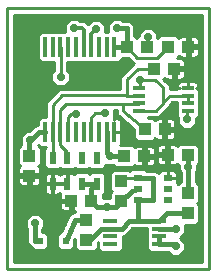
<source format=gtl>
G75*
G70*
%OFA0B0*%
%FSLAX24Y24*%
%IPPOS*%
%LPD*%
%AMOC8*
5,1,8,0,0,1.08239X$1,22.5*
%
%ADD10C,0.0100*%
%ADD11R,0.0472X0.0157*%
%ADD12R,0.0236X0.0236*%
%ADD13R,0.0433X0.0394*%
%ADD14R,0.0394X0.0433*%
%ADD15R,0.0170X0.0660*%
%ADD16R,0.0236X0.0433*%
%ADD17R,0.0315X0.0236*%
%ADD18R,0.0394X0.0177*%
%ADD19OC8,0.0277*%
%ADD20C,0.0160*%
%ADD21C,0.0120*%
D10*
X000150Y000150D02*
X000150Y008850D01*
X006892Y008850D01*
X006892Y000150D01*
X000150Y000150D01*
X000389Y000370D02*
X006674Y000370D01*
X006674Y008615D01*
X000389Y008615D01*
X000389Y000370D01*
X000389Y000446D02*
X006674Y000446D01*
X006674Y000544D02*
X000389Y000544D01*
X000389Y000643D02*
X005602Y000643D01*
X005652Y000593D02*
X005519Y000726D01*
X005177Y000726D01*
X005174Y000727D01*
X004921Y000727D01*
X004822Y000826D01*
X004822Y001502D01*
X004342Y001502D01*
X004120Y001280D01*
X004029Y001242D01*
X004017Y001242D01*
X004017Y000826D01*
X003918Y000727D01*
X003307Y000727D01*
X003208Y000826D01*
X003208Y001031D01*
X003187Y001011D01*
X003187Y000852D01*
X003089Y000754D01*
X002517Y000754D01*
X002418Y000852D01*
X002418Y001153D01*
X002399Y001111D01*
X002399Y000890D01*
X002301Y000791D01*
X001925Y000791D01*
X001827Y000890D01*
X001827Y001265D01*
X001925Y001364D01*
X001969Y001364D01*
X002200Y001886D01*
X002218Y001929D01*
X002220Y001931D01*
X002221Y001934D01*
X002255Y001966D01*
X002288Y001998D01*
X002291Y002000D01*
X002293Y002002D01*
X002336Y002018D01*
X002379Y002036D01*
X002382Y002036D01*
X002385Y002037D01*
X002418Y002036D01*
X002418Y002055D01*
X002430Y002067D01*
X002348Y002067D01*
X002348Y002365D01*
X002251Y002365D01*
X001933Y002365D01*
X001933Y002197D01*
X001943Y002159D01*
X001963Y002124D01*
X001991Y002097D01*
X002025Y002077D01*
X002063Y002067D01*
X002251Y002067D01*
X002251Y002365D01*
X002251Y002462D01*
X001933Y002462D01*
X001933Y002630D01*
X001943Y002668D01*
X001945Y002671D01*
X001936Y002680D01*
X001928Y002693D01*
X001920Y002680D01*
X001892Y002652D01*
X001858Y002632D01*
X001819Y002622D01*
X001691Y002622D01*
X001691Y002979D01*
X001691Y002997D01*
X002165Y002997D01*
X002165Y003355D01*
X002036Y003355D01*
X001998Y003345D01*
X001963Y003325D01*
X001936Y003297D01*
X001928Y003283D01*
X001920Y003297D01*
X001892Y003325D01*
X001858Y003345D01*
X001819Y003355D01*
X001691Y003355D01*
X001691Y002997D01*
X001672Y002997D01*
X001672Y002979D01*
X001413Y002979D01*
X001413Y002752D01*
X001424Y002714D01*
X001443Y002680D01*
X001471Y002652D01*
X001506Y002632D01*
X001544Y002622D01*
X001672Y002622D01*
X001672Y002979D01*
X001691Y002979D01*
X001906Y002979D01*
X002165Y002979D01*
X002165Y002997D01*
X002183Y002997D01*
X002183Y003355D01*
X002312Y003355D01*
X002350Y003345D01*
X002384Y003325D01*
X002407Y003302D01*
X002478Y003373D01*
X002854Y003373D01*
X002912Y003315D01*
X002970Y003373D01*
X003346Y003373D01*
X003444Y003274D01*
X003444Y002702D01*
X003353Y002611D01*
X003353Y002518D01*
X003362Y002527D01*
X003607Y002527D01*
X003607Y002688D01*
X003655Y002737D01*
X003607Y002785D01*
X003607Y003358D01*
X003705Y003456D01*
X004238Y003456D01*
X004270Y003425D01*
X004311Y003466D01*
X004765Y003466D01*
X004803Y003428D01*
X005069Y003428D01*
X005160Y003390D01*
X005219Y003331D01*
X005225Y003355D01*
X005245Y003390D01*
X005273Y003418D01*
X005307Y003437D01*
X005345Y003448D01*
X005513Y003448D01*
X005513Y003189D01*
X005531Y003189D01*
X005531Y003448D01*
X005700Y003448D01*
X005738Y003437D01*
X005772Y003418D01*
X005800Y003390D01*
X005820Y003355D01*
X005830Y003317D01*
X005830Y003189D01*
X005531Y003189D01*
X005531Y003170D01*
X005830Y003170D01*
X005830Y003042D01*
X005823Y003018D01*
X005848Y002993D01*
X005848Y002989D01*
X005917Y003058D01*
X005951Y003058D01*
X005951Y003374D01*
X005892Y003433D01*
X005892Y003595D01*
X005837Y003651D01*
X005823Y003637D01*
X005789Y003618D01*
X005751Y003607D01*
X005563Y003607D01*
X005563Y003906D01*
X005466Y003906D01*
X005148Y003906D01*
X005148Y003738D01*
X005158Y003700D01*
X005178Y003665D01*
X005206Y003637D01*
X005240Y003618D01*
X005278Y003607D01*
X005466Y003607D01*
X005466Y003906D01*
X005466Y004003D01*
X005466Y004301D01*
X005278Y004301D01*
X005240Y004291D01*
X005206Y004271D01*
X005178Y004243D01*
X005158Y004209D01*
X005148Y004171D01*
X005148Y004003D01*
X005466Y004003D01*
X005563Y004003D01*
X005563Y004301D01*
X005751Y004301D01*
X005789Y004291D01*
X005823Y004271D01*
X005837Y004258D01*
X005898Y004319D01*
X006470Y004319D01*
X006569Y004221D01*
X006569Y003688D01*
X006506Y003625D01*
X006506Y003433D01*
X006447Y003374D01*
X006447Y003058D01*
X006450Y003058D01*
X006549Y002960D01*
X006549Y002388D01*
X006500Y002339D01*
X006549Y002291D01*
X006549Y001718D01*
X006450Y001620D01*
X006102Y001620D01*
X006109Y001613D01*
X006109Y001359D01*
X005932Y001182D01*
X006086Y001027D01*
X006086Y000773D01*
X005906Y000593D01*
X005652Y000593D01*
X005956Y000643D02*
X006674Y000643D01*
X006674Y000741D02*
X006055Y000741D01*
X006086Y000840D02*
X006674Y000840D01*
X006674Y000938D02*
X006086Y000938D01*
X006076Y001037D02*
X006674Y001037D01*
X006674Y001135D02*
X005978Y001135D01*
X005984Y001234D02*
X006674Y001234D01*
X006674Y001332D02*
X006082Y001332D01*
X006109Y001431D02*
X006674Y001431D01*
X006674Y001529D02*
X006109Y001529D01*
X006458Y001628D02*
X006674Y001628D01*
X006674Y001726D02*
X006549Y001726D01*
X006549Y001825D02*
X006674Y001825D01*
X006674Y001923D02*
X006549Y001923D01*
X006549Y002022D02*
X006674Y002022D01*
X006674Y002120D02*
X006549Y002120D01*
X006549Y002219D02*
X006674Y002219D01*
X006674Y002317D02*
X006522Y002317D01*
X006549Y002416D02*
X006674Y002416D01*
X006674Y002514D02*
X006549Y002514D01*
X006549Y002613D02*
X006674Y002613D01*
X006674Y002711D02*
X006549Y002711D01*
X006549Y002810D02*
X006674Y002810D01*
X006674Y002908D02*
X006549Y002908D01*
X006502Y003007D02*
X006674Y003007D01*
X006674Y003105D02*
X006447Y003105D01*
X006447Y003204D02*
X006674Y003204D01*
X006674Y003302D02*
X006447Y003302D01*
X006474Y003401D02*
X006674Y003401D01*
X006674Y003499D02*
X006506Y003499D01*
X006506Y003598D02*
X006674Y003598D01*
X006674Y003696D02*
X006569Y003696D01*
X006569Y003795D02*
X006674Y003795D01*
X006674Y003893D02*
X006569Y003893D01*
X006569Y003992D02*
X006674Y003992D01*
X006674Y004090D02*
X006569Y004090D01*
X006569Y004189D02*
X006674Y004189D01*
X006674Y004287D02*
X006502Y004287D01*
X006674Y004386D02*
X003970Y004386D01*
X003970Y004360D02*
X003970Y004710D01*
X003970Y005059D01*
X003960Y005097D01*
X003940Y005132D01*
X003912Y005160D01*
X003878Y005179D01*
X003840Y005190D01*
X003735Y005190D01*
X003713Y005190D01*
X003726Y005203D01*
X003726Y005432D01*
X003818Y005432D01*
X003821Y005392D01*
X003821Y005311D01*
X003829Y005303D01*
X003830Y005292D01*
X003892Y005240D01*
X003949Y005183D01*
X003960Y005183D01*
X004392Y004823D01*
X004392Y004516D01*
X004490Y004418D01*
X005023Y004418D01*
X005105Y004500D01*
X005109Y004494D01*
X005137Y004466D01*
X005171Y004446D01*
X005209Y004436D01*
X005377Y004436D01*
X005377Y004754D01*
X005474Y004754D01*
X005474Y004436D01*
X005642Y004436D01*
X005681Y004446D01*
X005715Y004466D01*
X005743Y004494D01*
X005762Y004528D01*
X005773Y004566D01*
X005773Y004754D01*
X005474Y004754D01*
X005474Y004851D01*
X005377Y004851D01*
X005377Y005169D01*
X005209Y005169D01*
X005171Y005159D01*
X005137Y005139D01*
X005109Y005111D01*
X005105Y005105D01*
X005023Y005187D01*
X004866Y005187D01*
X004877Y005198D01*
X005206Y005198D01*
X005460Y005452D01*
X005587Y005580D01*
X005587Y005626D01*
X005672Y005710D01*
X005821Y005710D01*
X005821Y005258D01*
X005862Y005217D01*
X005862Y005003D01*
X006042Y004823D01*
X006296Y004823D01*
X006476Y005003D01*
X006476Y005183D01*
X006551Y005258D01*
X006551Y006086D01*
X006533Y006104D01*
X006533Y006184D01*
X006533Y006292D01*
X006523Y006330D01*
X006503Y006365D01*
X006475Y006392D01*
X006441Y006412D01*
X006403Y006422D01*
X006186Y006422D01*
X005970Y006422D01*
X005932Y006412D01*
X005897Y006392D01*
X005869Y006365D01*
X005850Y006330D01*
X005840Y006292D01*
X005840Y006184D01*
X005919Y006184D01*
X005919Y006184D01*
X005840Y006184D01*
X005840Y006146D01*
X005595Y006146D01*
X005587Y006213D01*
X005587Y006290D01*
X005577Y006300D01*
X005576Y006315D01*
X005515Y006363D01*
X005460Y006418D01*
X005445Y006418D01*
X005370Y006478D01*
X005413Y006522D01*
X005417Y006515D01*
X005445Y006487D01*
X005479Y006468D01*
X005517Y006457D01*
X005686Y006457D01*
X005686Y006776D01*
X005782Y006776D01*
X005782Y006457D01*
X005951Y006457D01*
X005989Y006468D01*
X006023Y006487D01*
X006051Y006515D01*
X006071Y006550D01*
X006081Y006588D01*
X006081Y006776D01*
X005782Y006776D01*
X005782Y006872D01*
X006081Y006872D01*
X006081Y007060D01*
X006071Y007098D01*
X006051Y007133D01*
X006023Y007161D01*
X005989Y007180D01*
X005951Y007191D01*
X005820Y007191D01*
X005883Y007254D01*
X005887Y007248D01*
X005915Y007220D01*
X005949Y007200D01*
X005987Y007190D01*
X006156Y007190D01*
X006156Y007508D01*
X006252Y007508D01*
X006252Y007190D01*
X006421Y007190D01*
X006459Y007200D01*
X006493Y007220D01*
X006521Y007248D01*
X006541Y007282D01*
X006551Y007320D01*
X006551Y007508D01*
X006252Y007508D01*
X006252Y007605D01*
X006156Y007605D01*
X006156Y007923D01*
X005987Y007923D01*
X005949Y007913D01*
X005915Y007893D01*
X005887Y007865D01*
X005883Y007859D01*
X005801Y007941D01*
X005268Y007941D01*
X005177Y007850D01*
X005177Y008014D01*
X004997Y008193D01*
X004743Y008193D01*
X004563Y008014D01*
X004563Y007906D01*
X004535Y007906D01*
X004487Y007857D01*
X004438Y007906D01*
X004400Y007906D01*
X004400Y008223D01*
X004362Y008314D01*
X004292Y008384D01*
X004201Y008421D01*
X004025Y008421D01*
X003966Y008480D01*
X003712Y008480D01*
X003533Y008300D01*
X003533Y008048D01*
X003436Y008048D01*
X003436Y008280D01*
X003256Y008460D01*
X003002Y008460D01*
X002849Y008307D01*
X002754Y008401D01*
X002605Y008401D01*
X002526Y008480D01*
X002272Y008480D01*
X002093Y008300D01*
X002093Y008048D01*
X001280Y008048D01*
X001182Y007949D01*
X001182Y007150D01*
X001280Y007051D01*
X001731Y007051D01*
X001731Y006756D01*
X001642Y006667D01*
X001642Y006413D01*
X001822Y006233D01*
X002076Y006233D01*
X002256Y006413D01*
X002256Y006667D01*
X002167Y006756D01*
X002167Y007051D01*
X003890Y007051D01*
X003988Y007150D01*
X003988Y007176D01*
X004208Y007176D01*
X004383Y007002D01*
X004295Y006914D01*
X003941Y006560D01*
X003941Y006148D01*
X001899Y006148D01*
X001771Y006020D01*
X001467Y005716D01*
X001467Y005208D01*
X001280Y005208D01*
X001182Y005109D01*
X001182Y004958D01*
X001171Y004958D01*
X001080Y004920D01*
X000897Y004737D01*
X000797Y004737D01*
X000617Y004557D01*
X000617Y004303D01*
X000632Y004289D01*
X000624Y004289D01*
X000525Y004190D01*
X000525Y003657D01*
X000608Y003575D01*
X000601Y003572D01*
X000573Y003544D01*
X000554Y003509D01*
X000544Y003471D01*
X000544Y003303D01*
X000862Y003303D01*
X000862Y003206D01*
X000958Y003206D01*
X000958Y002908D01*
X001146Y002908D01*
X001184Y002918D01*
X001219Y002938D01*
X001247Y002966D01*
X001266Y003000D01*
X001277Y003038D01*
X001277Y003206D01*
X000958Y003206D01*
X000958Y003303D01*
X001277Y003303D01*
X001277Y003471D01*
X001266Y003509D01*
X001247Y003544D01*
X001219Y003572D01*
X001212Y003575D01*
X001295Y003657D01*
X001295Y004190D01*
X001206Y004279D01*
X001210Y004282D01*
X001280Y004211D01*
X001466Y004211D01*
X001395Y004141D01*
X001395Y003568D01*
X001494Y003470D01*
X001869Y003470D01*
X001928Y003528D01*
X001986Y003470D01*
X002361Y003470D01*
X002420Y003528D01*
X002478Y003470D01*
X002854Y003470D01*
X002912Y003528D01*
X002970Y003470D01*
X003346Y003470D01*
X003444Y003568D01*
X003444Y003611D01*
X003452Y003603D01*
X003706Y003603D01*
X003713Y003610D01*
X003777Y003546D01*
X004349Y003546D01*
X004411Y003608D01*
X004424Y003594D01*
X004458Y003575D01*
X004496Y003564D01*
X004684Y003564D01*
X004684Y003863D01*
X004781Y003863D01*
X004781Y003960D01*
X004684Y003960D01*
X004684Y004258D01*
X004496Y004258D01*
X004458Y004248D01*
X004424Y004228D01*
X004411Y004215D01*
X004349Y004276D01*
X003929Y004276D01*
X003940Y004287D01*
X005234Y004287D01*
X005153Y004189D02*
X005076Y004189D01*
X005069Y004200D02*
X005089Y004166D01*
X005099Y004128D01*
X005099Y003960D01*
X004781Y003960D01*
X004781Y004258D01*
X004969Y004258D01*
X005007Y004248D01*
X005041Y004228D01*
X005069Y004200D01*
X005099Y004090D02*
X005148Y004090D01*
X005099Y003992D02*
X005466Y003992D01*
X005466Y004090D02*
X005563Y004090D01*
X005563Y004189D02*
X005466Y004189D01*
X005466Y004287D02*
X005563Y004287D01*
X005474Y004484D02*
X005377Y004484D01*
X005377Y004583D02*
X005474Y004583D01*
X005474Y004681D02*
X005377Y004681D01*
X005474Y004780D02*
X006674Y004780D01*
X006674Y004878D02*
X006352Y004878D01*
X006450Y004977D02*
X006674Y004977D01*
X006674Y005075D02*
X006476Y005075D01*
X006476Y005174D02*
X006674Y005174D01*
X006674Y005272D02*
X006551Y005272D01*
X006551Y005371D02*
X006674Y005371D01*
X006674Y005469D02*
X006551Y005469D01*
X006551Y005568D02*
X006674Y005568D01*
X006674Y005666D02*
X006551Y005666D01*
X006551Y005765D02*
X006674Y005765D01*
X006674Y005863D02*
X006551Y005863D01*
X006551Y005962D02*
X006674Y005962D01*
X006674Y006060D02*
X006551Y006060D01*
X006533Y006159D02*
X006674Y006159D01*
X006674Y006257D02*
X006533Y006257D01*
X006533Y006184D02*
X006454Y006184D01*
X006454Y006184D01*
X006533Y006184D01*
X006508Y006356D02*
X006674Y006356D01*
X006674Y006454D02*
X005400Y006454D01*
X005524Y006356D02*
X005865Y006356D01*
X005840Y006257D02*
X005587Y006257D01*
X005594Y006159D02*
X005840Y006159D01*
X005581Y005928D02*
X005369Y005716D01*
X005369Y006200D01*
X005079Y006430D01*
X004582Y006430D01*
X004582Y006194D01*
X004572Y006184D01*
X004572Y005928D02*
X004119Y005928D01*
X004119Y005930D01*
X001989Y005930D01*
X001685Y005626D01*
X001685Y004710D01*
X001685Y003858D01*
X001682Y003854D01*
X001395Y003893D02*
X001295Y003893D01*
X001295Y003795D02*
X001395Y003795D01*
X001395Y003696D02*
X001295Y003696D01*
X001235Y003598D02*
X001395Y003598D01*
X001464Y003499D02*
X001269Y003499D01*
X001277Y003401D02*
X003650Y003401D01*
X003607Y003302D02*
X003416Y003302D01*
X003444Y003204D02*
X003607Y003204D01*
X003607Y003105D02*
X003444Y003105D01*
X003444Y003007D02*
X003607Y003007D01*
X003607Y002908D02*
X003444Y002908D01*
X003444Y002810D02*
X003607Y002810D01*
X003630Y002711D02*
X003444Y002711D01*
X003355Y002613D02*
X003607Y002613D01*
X003972Y003072D02*
X004003Y003180D01*
X004539Y003180D01*
X004549Y003180D01*
X004539Y003180D02*
X004538Y003179D01*
X004539Y002810D02*
X004538Y002809D01*
X004538Y002805D01*
X004781Y003564D02*
X004969Y003564D01*
X005007Y003575D01*
X005041Y003594D01*
X005069Y003622D01*
X005089Y003657D01*
X005099Y003695D01*
X005099Y003863D01*
X004781Y003863D01*
X004781Y003564D01*
X004781Y003598D02*
X004684Y003598D01*
X004684Y003696D02*
X004781Y003696D01*
X004781Y003795D02*
X004684Y003795D01*
X004781Y003893D02*
X005148Y003893D01*
X005148Y003795D02*
X005099Y003795D01*
X005099Y003696D02*
X005160Y003696D01*
X005045Y003598D02*
X005889Y003598D01*
X005892Y003499D02*
X003375Y003499D01*
X003444Y003598D02*
X003725Y003598D01*
X003940Y004287D02*
X003960Y004322D01*
X003970Y004360D01*
X003970Y004484D02*
X004423Y004484D01*
X004392Y004583D02*
X003970Y004583D01*
X003970Y004681D02*
X004392Y004681D01*
X004392Y004780D02*
X003970Y004780D01*
X003970Y004710D02*
X003738Y004710D01*
X003738Y004710D01*
X003970Y004710D01*
X003970Y004878D02*
X004325Y004878D01*
X004207Y004977D02*
X003970Y004977D01*
X003966Y005075D02*
X004089Y005075D01*
X003971Y005174D02*
X003887Y005174D01*
X003853Y005272D02*
X003726Y005272D01*
X003735Y005190D02*
X003735Y005112D01*
X003735Y005112D01*
X003735Y005190D01*
X003735Y005174D02*
X003735Y005174D01*
X003726Y005371D02*
X003821Y005371D01*
X004039Y005401D02*
X004039Y005650D01*
X004550Y005650D01*
X004572Y005672D01*
X004572Y005416D02*
X005115Y005416D01*
X005369Y005670D01*
X005369Y005716D01*
X005576Y005568D02*
X005821Y005568D01*
X005821Y005666D02*
X005628Y005666D01*
X005477Y005469D02*
X005821Y005469D01*
X005821Y005371D02*
X005379Y005371D01*
X005460Y005452D02*
X005460Y005452D01*
X005280Y005272D02*
X005821Y005272D01*
X005862Y005174D02*
X005036Y005174D01*
X004757Y004802D02*
X004039Y005401D01*
X004039Y005650D02*
X002139Y005650D01*
X001945Y005456D01*
X001945Y004710D01*
X001945Y004274D01*
X002174Y004046D01*
X002174Y003854D01*
X002391Y003499D02*
X002448Y003499D01*
X002406Y003302D02*
X002408Y003302D01*
X002183Y003302D02*
X002165Y003302D01*
X002165Y003204D02*
X002183Y003204D01*
X002183Y003105D02*
X002165Y003105D01*
X002165Y003007D02*
X002183Y003007D01*
X002174Y002988D02*
X001682Y002988D01*
X001672Y002997D02*
X001413Y002997D01*
X001413Y003225D01*
X001424Y003263D01*
X001443Y003297D01*
X001471Y003325D01*
X001506Y003345D01*
X001544Y003355D01*
X001672Y003355D01*
X001672Y002997D01*
X001672Y003007D02*
X001691Y003007D01*
X001691Y003105D02*
X001672Y003105D01*
X001672Y003204D02*
X001691Y003204D01*
X001691Y003302D02*
X001672Y003302D01*
X001449Y003302D02*
X000958Y003302D01*
X000862Y003302D02*
X000389Y003302D01*
X000389Y003204D02*
X000544Y003204D01*
X000544Y003206D02*
X000544Y003038D01*
X000554Y003000D01*
X000573Y002966D01*
X000601Y002938D01*
X000636Y002918D01*
X000674Y002908D01*
X000862Y002908D01*
X000862Y003206D01*
X000544Y003206D01*
X000544Y003105D02*
X000389Y003105D01*
X000389Y003007D02*
X000552Y003007D01*
X000672Y002908D02*
X000389Y002908D01*
X000389Y002810D02*
X001413Y002810D01*
X001413Y002908D02*
X001149Y002908D01*
X001268Y003007D02*
X001413Y003007D01*
X001413Y003105D02*
X001277Y003105D01*
X001277Y003204D02*
X001413Y003204D01*
X001672Y002908D02*
X001691Y002908D01*
X001691Y002810D02*
X001672Y002810D01*
X001672Y002711D02*
X001691Y002711D01*
X001933Y002613D02*
X000389Y002613D01*
X000389Y002711D02*
X001425Y002711D01*
X000958Y002908D02*
X000862Y002908D01*
X000862Y003007D02*
X000958Y003007D01*
X000958Y003105D02*
X000862Y003105D01*
X000862Y003204D02*
X000958Y003204D01*
X000585Y003598D02*
X000389Y003598D01*
X000389Y003499D02*
X000551Y003499D01*
X000544Y003401D02*
X000389Y003401D01*
X000389Y003696D02*
X000525Y003696D01*
X000525Y003795D02*
X000389Y003795D01*
X000389Y003893D02*
X000525Y003893D01*
X000525Y003992D02*
X000389Y003992D01*
X000389Y004090D02*
X000525Y004090D01*
X000525Y004189D02*
X000389Y004189D01*
X000389Y004287D02*
X000622Y004287D01*
X000617Y004386D02*
X000389Y004386D01*
X000389Y004484D02*
X000617Y004484D01*
X000643Y004583D02*
X000389Y004583D01*
X000389Y004681D02*
X000741Y004681D01*
X000940Y004780D02*
X000389Y004780D01*
X000389Y004878D02*
X001039Y004878D01*
X001182Y004977D02*
X000389Y004977D01*
X000389Y005075D02*
X001182Y005075D01*
X001247Y005174D02*
X000389Y005174D01*
X000389Y005272D02*
X001467Y005272D01*
X001467Y005371D02*
X000389Y005371D01*
X000389Y005469D02*
X001467Y005469D01*
X001467Y005568D02*
X000389Y005568D01*
X000389Y005666D02*
X001467Y005666D01*
X001516Y005765D02*
X000389Y005765D01*
X000389Y005863D02*
X001614Y005863D01*
X001713Y005962D02*
X000389Y005962D01*
X000389Y006060D02*
X001811Y006060D01*
X001798Y006257D02*
X000389Y006257D01*
X000389Y006159D02*
X003941Y006159D01*
X003941Y006257D02*
X002101Y006257D01*
X002199Y006356D02*
X003941Y006356D01*
X003941Y006454D02*
X002256Y006454D01*
X002256Y006553D02*
X003941Y006553D01*
X004032Y006651D02*
X002256Y006651D01*
X002173Y006750D02*
X004131Y006750D01*
X004229Y006848D02*
X002167Y006848D01*
X002167Y006947D02*
X004328Y006947D01*
X004339Y007045D02*
X002167Y007045D01*
X001949Y007550D02*
X001949Y006540D01*
X001725Y006750D02*
X000389Y006750D01*
X000389Y006848D02*
X001731Y006848D01*
X001731Y006947D02*
X000389Y006947D01*
X000389Y007045D02*
X001731Y007045D01*
X001642Y006651D02*
X000389Y006651D01*
X000389Y006553D02*
X001642Y006553D01*
X001642Y006454D02*
X000389Y006454D01*
X000389Y006356D02*
X001699Y006356D01*
X001188Y007144D02*
X000389Y007144D01*
X000389Y007242D02*
X001182Y007242D01*
X001182Y007341D02*
X000389Y007341D01*
X000389Y007439D02*
X001182Y007439D01*
X001182Y007538D02*
X000389Y007538D01*
X000389Y007636D02*
X001182Y007636D01*
X001182Y007735D02*
X000389Y007735D01*
X000389Y007833D02*
X001182Y007833D01*
X001182Y007932D02*
X000389Y007932D01*
X000389Y008030D02*
X001263Y008030D01*
X001945Y007550D02*
X001949Y007550D01*
X002093Y008129D02*
X000389Y008129D01*
X000389Y008227D02*
X002093Y008227D01*
X002118Y008326D02*
X000389Y008326D01*
X000389Y008424D02*
X002216Y008424D01*
X002582Y008424D02*
X002966Y008424D01*
X002868Y008326D02*
X002829Y008326D01*
X003292Y008424D02*
X003656Y008424D01*
X003558Y008326D02*
X003391Y008326D01*
X003436Y008227D02*
X003533Y008227D01*
X003533Y008129D02*
X003436Y008129D01*
X004022Y008424D02*
X006674Y008424D01*
X006674Y008326D02*
X004350Y008326D01*
X004398Y008227D02*
X006674Y008227D01*
X006674Y008129D02*
X005061Y008129D01*
X005160Y008030D02*
X006674Y008030D01*
X006674Y007932D02*
X005810Y007932D01*
X006156Y007833D02*
X006252Y007833D01*
X006252Y007923D02*
X006252Y007605D01*
X006551Y007605D01*
X006551Y007793D01*
X006541Y007831D01*
X006521Y007865D01*
X006493Y007893D01*
X006459Y007913D01*
X006421Y007923D01*
X006252Y007923D01*
X006252Y007735D02*
X006156Y007735D01*
X006156Y007636D02*
X006252Y007636D01*
X006252Y007538D02*
X006674Y007538D01*
X006674Y007636D02*
X006551Y007636D01*
X006551Y007735D02*
X006674Y007735D01*
X006674Y007833D02*
X006539Y007833D01*
X006551Y007439D02*
X006674Y007439D01*
X006674Y007341D02*
X006551Y007341D01*
X006515Y007242D02*
X006674Y007242D01*
X006674Y007144D02*
X006040Y007144D01*
X006081Y007045D02*
X006674Y007045D01*
X006674Y006947D02*
X006081Y006947D01*
X006081Y006750D02*
X006674Y006750D01*
X006674Y006848D02*
X005782Y006848D01*
X005782Y006750D02*
X005686Y006750D01*
X005686Y006651D02*
X005782Y006651D01*
X005782Y006553D02*
X005686Y006553D01*
X006071Y006553D02*
X006674Y006553D01*
X006674Y006651D02*
X006081Y006651D01*
X006186Y006422D02*
X006186Y006185D01*
X006186Y006185D01*
X006186Y006422D01*
X006186Y006356D02*
X006186Y006356D01*
X006186Y006257D02*
X006186Y006257D01*
X006186Y005928D02*
X006186Y005672D01*
X006186Y005928D02*
X005581Y005928D01*
X005642Y005169D02*
X005474Y005169D01*
X005474Y004851D01*
X005773Y004851D01*
X005773Y005039D01*
X005762Y005077D01*
X005743Y005111D01*
X005715Y005139D01*
X005681Y005159D01*
X005642Y005169D01*
X005763Y005075D02*
X005862Y005075D01*
X005888Y004977D02*
X005773Y004977D01*
X005773Y004878D02*
X005987Y004878D01*
X006169Y005130D02*
X006159Y005389D01*
X006186Y005416D01*
X005773Y004681D02*
X006674Y004681D01*
X006674Y004583D02*
X005773Y004583D01*
X005733Y004484D02*
X006674Y004484D01*
X005866Y004287D02*
X005795Y004287D01*
X005563Y003893D02*
X005466Y003893D01*
X005466Y003795D02*
X005563Y003795D01*
X005563Y003696D02*
X005466Y003696D01*
X005513Y003401D02*
X005531Y003401D01*
X005531Y003302D02*
X005513Y003302D01*
X005513Y003204D02*
X005531Y003204D01*
X005830Y003204D02*
X005951Y003204D01*
X005951Y003302D02*
X005830Y003302D01*
X005789Y003401D02*
X005924Y003401D01*
X005951Y003105D02*
X005830Y003105D01*
X005834Y003007D02*
X005866Y003007D01*
X005256Y003401D02*
X005133Y003401D01*
X004781Y003992D02*
X004684Y003992D01*
X004684Y004090D02*
X004781Y004090D01*
X004781Y004189D02*
X004684Y004189D01*
X005090Y004484D02*
X005118Y004484D01*
X005377Y004878D02*
X005474Y004878D01*
X005474Y004977D02*
X005377Y004977D01*
X005377Y005075D02*
X005474Y005075D01*
X004420Y003598D02*
X004401Y003598D01*
X002965Y004710D02*
X002965Y005186D01*
X003109Y005330D01*
X003419Y005330D01*
X004119Y005928D02*
X004159Y005968D01*
X004159Y006470D01*
X004513Y006824D01*
X005065Y006824D01*
X005168Y007190D02*
X004503Y007190D01*
X004152Y007541D01*
X004240Y007144D02*
X003982Y007144D01*
X004400Y007932D02*
X004563Y007932D01*
X004580Y008030D02*
X004400Y008030D01*
X004400Y008129D02*
X004678Y008129D01*
X004870Y007886D02*
X004870Y007589D01*
X004821Y007541D01*
X005168Y007190D02*
X005535Y007557D01*
X005872Y007242D02*
X005893Y007242D01*
X006156Y007242D02*
X006252Y007242D01*
X006252Y007341D02*
X006156Y007341D01*
X006156Y007439D02*
X006252Y007439D01*
X006674Y008523D02*
X000389Y008523D01*
X002309Y005320D02*
X002469Y005320D01*
X002309Y005320D02*
X002205Y005216D01*
X002205Y004710D01*
X001444Y004189D02*
X001295Y004189D01*
X001295Y004090D02*
X001395Y004090D01*
X001395Y003992D02*
X001295Y003992D01*
X001899Y003499D02*
X001956Y003499D01*
X001941Y003302D02*
X001914Y003302D01*
X001933Y002514D02*
X000389Y002514D01*
X000389Y002416D02*
X002251Y002416D01*
X002251Y002317D02*
X002348Y002317D01*
X002348Y002219D02*
X002251Y002219D01*
X002251Y002120D02*
X002348Y002120D01*
X002344Y002022D02*
X000389Y002022D01*
X000389Y002120D02*
X001967Y002120D01*
X001933Y002219D02*
X000389Y002219D01*
X000389Y002317D02*
X001933Y002317D01*
X002216Y001923D02*
X001267Y001923D01*
X001218Y001973D02*
X000963Y001973D01*
X000784Y001793D01*
X000784Y001539D01*
X000842Y001480D01*
X000842Y001028D01*
X000880Y000937D01*
X000950Y000867D01*
X001007Y000843D01*
X001059Y000791D01*
X001435Y000791D01*
X001533Y000890D01*
X001533Y001265D01*
X001435Y001364D01*
X001339Y001364D01*
X001339Y001480D01*
X001397Y001539D01*
X001397Y001793D01*
X001218Y001973D01*
X001366Y001825D02*
X002173Y001825D01*
X002129Y001726D02*
X001397Y001726D01*
X001397Y001628D02*
X002086Y001628D01*
X002042Y001529D02*
X001388Y001529D01*
X001339Y001431D02*
X001999Y001431D01*
X001894Y001332D02*
X001466Y001332D01*
X001533Y001234D02*
X001827Y001234D01*
X001827Y001135D02*
X001533Y001135D01*
X001533Y001037D02*
X001827Y001037D01*
X001827Y000938D02*
X001533Y000938D01*
X001484Y000840D02*
X001877Y000840D01*
X002350Y000840D02*
X002431Y000840D01*
X002418Y000938D02*
X002399Y000938D01*
X002399Y001037D02*
X002418Y001037D01*
X002410Y001135D02*
X002418Y001135D01*
X003187Y000938D02*
X003208Y000938D01*
X003208Y000840D02*
X003175Y000840D01*
X003293Y000741D02*
X000389Y000741D01*
X000389Y000840D02*
X001011Y000840D01*
X000880Y000938D02*
X000389Y000938D01*
X000389Y001037D02*
X000842Y001037D01*
X000842Y001135D02*
X000389Y001135D01*
X000389Y001234D02*
X000842Y001234D01*
X000842Y001332D02*
X000389Y001332D01*
X000389Y001431D02*
X000842Y001431D01*
X000793Y001529D02*
X000389Y001529D01*
X000389Y001628D02*
X000784Y001628D01*
X000784Y001726D02*
X000389Y001726D01*
X000389Y001825D02*
X000815Y001825D01*
X000914Y001923D02*
X000389Y001923D01*
X002883Y003499D02*
X002941Y003499D01*
X004271Y001431D02*
X004822Y001431D01*
X004822Y001332D02*
X004173Y001332D01*
X004017Y001234D02*
X004822Y001234D01*
X004822Y001135D02*
X004017Y001135D01*
X004017Y001037D02*
X004822Y001037D01*
X004822Y000938D02*
X004017Y000938D01*
X004017Y000840D02*
X004822Y000840D01*
X004907Y000741D02*
X003932Y000741D01*
X005227Y001742D02*
X005231Y001742D01*
X005239Y001750D01*
X005177Y007932D02*
X005259Y007932D01*
D11*
X005227Y001742D03*
X005227Y001486D03*
X005227Y001230D03*
X005227Y000974D03*
X003612Y000974D03*
X003612Y001230D03*
X003612Y001486D03*
X003612Y001742D03*
D12*
X002113Y001077D03*
X001247Y001077D03*
D13*
X002299Y002413D03*
X002803Y001788D03*
X002969Y002413D03*
X002803Y001119D03*
X000910Y003255D03*
X000910Y003924D03*
X004063Y003911D03*
X004732Y003911D03*
X005515Y003954D03*
X006184Y003954D03*
X004821Y007541D03*
X004152Y007541D03*
D14*
X005065Y006824D03*
X005535Y007557D03*
X005734Y006824D03*
X006204Y007557D03*
X005426Y004802D03*
X004757Y004802D03*
X003972Y003072D03*
X003972Y002402D03*
X006184Y002674D03*
X006184Y002005D03*
D15*
X003735Y004710D03*
X003485Y004710D03*
X003225Y004710D03*
X002965Y004710D03*
X002715Y004710D03*
X002455Y004710D03*
X002205Y004710D03*
X001945Y004710D03*
X001685Y004710D03*
X001435Y004710D03*
X001435Y007550D03*
X001685Y007550D03*
X001945Y007550D03*
X002205Y007550D03*
X002455Y007550D03*
X002715Y007550D03*
X002965Y007550D03*
X003225Y007550D03*
X003485Y007550D03*
X003735Y007550D03*
D16*
X003158Y003854D03*
X002666Y003854D03*
X002174Y003854D03*
X001682Y003854D03*
X001682Y002988D03*
X002174Y002988D03*
X002666Y002988D03*
X003158Y002988D03*
D17*
X004538Y002805D03*
X004538Y002431D03*
X004538Y003179D03*
X005522Y003179D03*
X005522Y002805D03*
X005522Y002431D03*
D18*
X006186Y005416D03*
X006186Y005672D03*
X006186Y005928D03*
X006186Y006184D03*
X004572Y006184D03*
X004572Y005928D03*
X004572Y005672D03*
X004572Y005416D03*
D19*
X004582Y006430D03*
X004870Y007886D03*
X003839Y008173D03*
X003129Y008153D03*
X002399Y008173D03*
X001949Y006540D03*
X002469Y005320D03*
X003419Y005330D03*
X003579Y003910D03*
X003489Y002220D03*
X005802Y001486D03*
X005779Y000900D03*
X006199Y003560D03*
X006169Y005130D03*
X001090Y001666D03*
X000924Y004430D03*
D20*
X000894Y004383D02*
X000894Y003940D01*
X000910Y003924D01*
X000894Y004383D02*
X001221Y004710D01*
X001435Y004710D01*
X002666Y002988D02*
X003158Y002988D01*
X002969Y002799D01*
X002969Y002413D01*
X002936Y002413D01*
X002969Y002413D02*
X003162Y002220D01*
X003489Y002220D01*
X003790Y002220D01*
X003972Y002402D01*
X003972Y002403D01*
X004329Y002760D01*
X004538Y002805D01*
X004538Y002431D02*
X004539Y002430D01*
X004539Y001750D01*
X005239Y001750D01*
X005494Y002005D01*
X006184Y002005D01*
X005802Y001486D02*
X005227Y001486D01*
X005227Y001230D02*
X005227Y000974D01*
X005779Y000974D01*
X005779Y000900D01*
X005019Y002430D02*
X004538Y002430D01*
X004538Y002431D01*
X005019Y002430D02*
X005019Y003179D01*
X004538Y003179D01*
X004062Y003910D02*
X004063Y003911D01*
X003909Y003901D01*
X004062Y003910D02*
X003579Y003910D01*
X003485Y004004D01*
X003485Y004710D01*
X003735Y007550D02*
X004143Y007550D01*
X004152Y007541D01*
X004152Y008173D01*
X003839Y008173D01*
X006184Y003954D02*
X006199Y003874D01*
X006199Y003560D01*
X006199Y002690D01*
X006184Y002674D01*
X004539Y001750D02*
X004239Y001750D01*
X003979Y001490D01*
X003616Y001490D01*
X003612Y001486D01*
X003312Y001486D01*
X002945Y001119D01*
X002803Y001119D01*
X002803Y001788D02*
X002428Y001788D01*
X002113Y001077D01*
X001247Y001077D02*
X001090Y001077D01*
X001090Y001666D01*
D21*
X000894Y004383D02*
X000924Y004413D01*
X000924Y004430D01*
X002715Y007550D02*
X002715Y008118D01*
X002659Y008173D01*
X002399Y008173D01*
X002965Y007989D02*
X002965Y007550D01*
X002965Y007989D02*
X003129Y008153D01*
X004059Y007633D02*
X004143Y007550D01*
M02*

</source>
